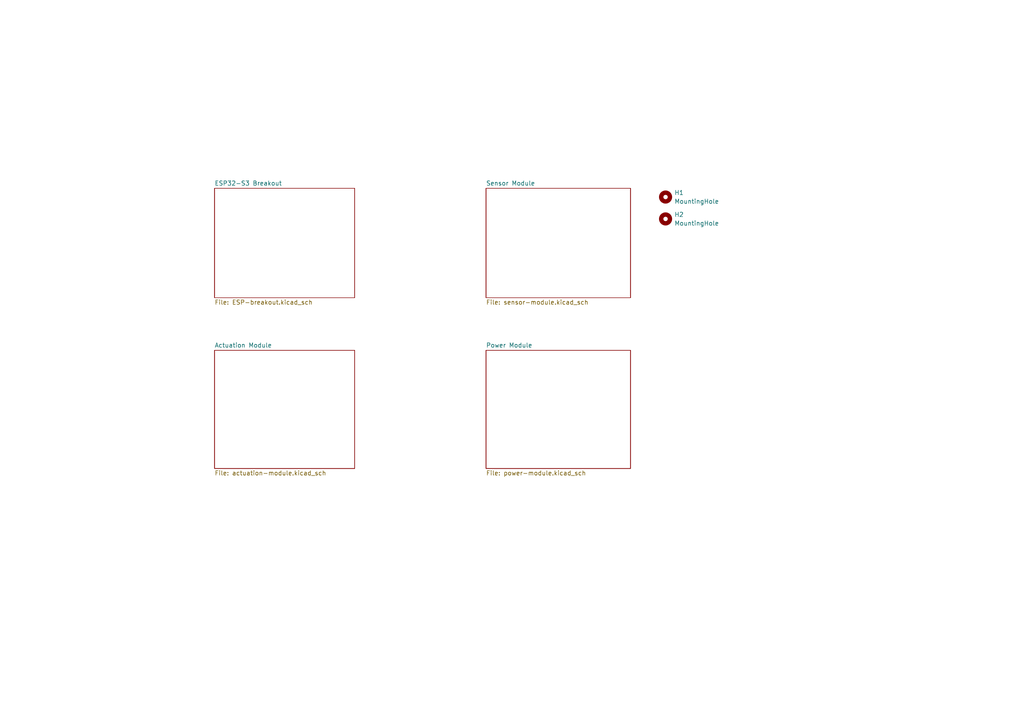
<source format=kicad_sch>
(kicad_sch (version 20231120) (generator "eeschema") (generator_version "8.0")
  (paper "A4")
  (title_block (title "homectrl") (rev "B") (company "Jeevan Sanchez"))
  (lib_symbols
    (symbol "Mechanical:MountingHole" (pin_names (offset 1.016)) (exclude_from_sim yes) (in_bom no)
      (property "Reference" "H" (at 0 5.08 0))
      (property "Value" "MountingHole" (at 0 3.175 0))
      (symbol "MountingHole_0_1"
        (circle (center 0 0) (radius 1.27) (stroke (width 1.27)))
      )
    )
  )
  (symbol (lib_id "Mechanical:MountingHole") (at 193.04 63.5 0) (unit 1) (exclude_from_sim yes) (in_bom no)
    (property "Reference" "H2" (at 195.58 62.2299 0) (effects (justify left)))
    (property "Value" "MountingHole" (at 195.58 64.7699 0) (effects (justify left)))
    (property "Footprint" "MountingHole:MountingHole_3.2mm_M3" (effects (hide yes)))
    (property "Description" "Mounting Hole without connection" (effects (hide yes)))
    (property "Purchase" "N/A" (effects (hide yes)))
  )
  (symbol (lib_id "Mechanical:MountingHole") (at 193.04 57.15 0) (unit 1) (exclude_from_sim yes) (in_bom no)
    (property "Reference" "H1" (at 195.58 55.8799 0) (effects (justify left)))
    (property "Value" "MountingHole" (at 195.58 58.4199 0) (effects (justify left)))
    (property "Footprint" "MountingHole:MountingHole_3.2mm_M3" (effects (hide yes)))
    (property "Description" "Mounting Hole without connection" (effects (hide yes)))
    (property "Purchase" "N/A" (effects (hide yes)))
  )
  (sheet (at 62.23 101.6) (size 40.64 34.29) (stroke (width 0.1524))
    (property "Sheetname" "Actuation Module" (at 62.23 100.8884 0) (effects (justify left bottom)))
    (property "Sheetfile" "actuation-module.kicad_sch" (at 62.23 136.4746 0) (effects (justify left top)))
  )
  (sheet (at 62.23 54.61) (size 40.64 31.75) (stroke (width 0.1524))
    (property "Sheetname" "ESP32-S3 Breakout" (at 62.23 53.8984 0) (effects (justify left bottom)))
    (property "Sheetfile" "ESP-breakout.kicad_sch" (at 62.23 86.9446 0) (effects (justify left top)))
  )
  (sheet (at 140.97 54.61) (size 41.91 31.75) (stroke (width 0.1524))
    (property "Sheetname" "Sensor Module" (at 140.97 53.8984 0) (effects (justify left bottom)))
    (property "Sheetfile" "sensor-module.kicad_sch" (at 140.97 86.9446 0) (effects (justify left top)))
  )
  (sheet (at 140.97 101.6) (size 41.91 34.29) (stroke (width 0.1524))
    (property "Sheetname" "Power Module" (at 140.97 100.8884 0) (effects (justify left bottom)))
    (property "Sheetfile" "power-module.kicad_sch" (at 140.97 136.4746 0) (effects (justify left top)))
  )
)
</source>
